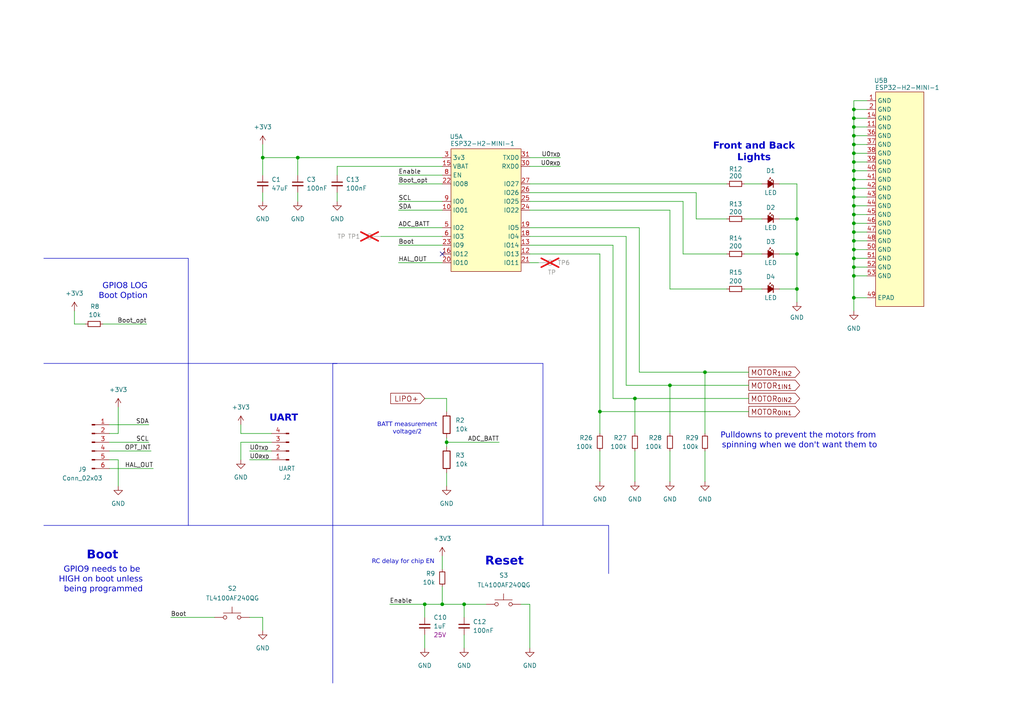
<source format=kicad_sch>
(kicad_sch (version 20231120) (generator "eeschema") (generator_version "8.0")
  (paper "A4")
  (title_block (date "2024-10-17"))
  (lib_symbols
    (symbol "Connector:Conn_01x04_Male" (pin_names (offset 1.016) hide)
      (property "Reference" "J" (at 0 5.08 0))
      (property "Value" "Conn_01x04_Male" (at 0 -7.62 0))
      (symbol "Conn_01x04_Male_1_1"
        (polyline (pts (xy 1.27 -5.08) (xy 0.8636 -5.08)) (stroke (width 0.1524)))
        (polyline (pts (xy 1.27 -2.54) (xy 0.8636 -2.54)) (stroke (width 0.1524)))
        (polyline (pts (xy 1.27 0) (xy 0.8636 0)) (stroke (width 0.1524)))
        (polyline (pts (xy 1.27 2.54) (xy 0.8636 2.54)) (stroke (width 0.1524)))
        (rectangle (start 0.8636 -4.953) (end 0 -5.207) (stroke (width 0.1524)) (fill (type outline)))
        (rectangle (start 0.8636 -2.413) (end 0 -2.667) (stroke (width 0.1524)) (fill (type outline)))
        (rectangle (start 0.8636 0.127) (end 0 -0.127) (stroke (width 0.1524)) (fill (type outline)))
        (rectangle (start 0.8636 2.667) (end 0 2.413) (stroke (width 0.1524)) (fill (type outline)))
        (pin passive line (at 5.08 2.54 180) (length 3.81) (name "Pin_1") (number "1"))
        (pin passive line (at 5.08 0 180) (length 3.81) (name "Pin_2") (number "2"))
        (pin passive line (at 5.08 -2.54 180) (length 3.81) (name "Pin_3") (number "3"))
        (pin passive line (at 5.08 -5.08 180) (length 3.81) (name "Pin_4") (number "4"))
      )
    )
    (symbol "Connector:Conn_01x06_Pin" (pin_names (offset 1.016) hide)
      (property "Reference" "J" (at 0 7.62 0))
      (property "Value" "Conn_01x06_Pin" (at 0 -10.16 0))
      (symbol "Conn_01x06_Pin_1_1"
        (polyline (pts (xy 1.27 -7.62) (xy 0.8636 -7.62)) (stroke (width 0.1524)))
        (polyline (pts (xy 1.27 -5.08) (xy 0.8636 -5.08)) (stroke (width 0.1524)))
        (polyline (pts (xy 1.27 -2.54) (xy 0.8636 -2.54)) (stroke (width 0.1524)))
        (polyline (pts (xy 1.27 0) (xy 0.8636 0)) (stroke (width 0.1524)))
        (polyline (pts (xy 1.27 2.54) (xy 0.8636 2.54)) (stroke (width 0.1524)))
        (polyline (pts (xy 1.27 5.08) (xy 0.8636 5.08)) (stroke (width 0.1524)))
        (rectangle (start 0.8636 -7.493) (end 0 -7.747) (stroke (width 0.1524)) (fill (type outline)))
        (rectangle (start 0.8636 -4.953) (end 0 -5.207) (stroke (width 0.1524)) (fill (type outline)))
        (rectangle (start 0.8636 -2.413) (end 0 -2.667) (stroke (width 0.1524)) (fill (type outline)))
        (rectangle (start 0.8636 0.127) (end 0 -0.127) (stroke (width 0.1524)) (fill (type outline)))
        (rectangle (start 0.8636 2.667) (end 0 2.413) (stroke (width 0.1524)) (fill (type outline)))
        (rectangle (start 0.8636 5.207) (end 0 4.953) (stroke (width 0.1524)) (fill (type outline)))
        (pin passive line (at 5.08 5.08 180) (length 3.81) (name "Pin_1") (number "1"))
        (pin passive line (at 5.08 2.54 180) (length 3.81) (name "Pin_2") (number "2"))
        (pin passive line (at 5.08 0 180) (length 3.81) (name "Pin_3") (number "3"))
        (pin passive line (at 5.08 -2.54 180) (length 3.81) (name "Pin_4") (number "4"))
        (pin passive line (at 5.08 -5.08 180) (length 3.81) (name "Pin_5") (number "5"))
        (pin passive line (at 5.08 -7.62 180) (length 3.81) (name "Pin_6") (number "6"))
      )
    )
    (symbol "Connector:TestPoint" (pin_numbers hide) (pin_names (offset 0.762) hide)
      (property "Reference" "TP" (at 0 6.858 0))
      (property "Value" "TestPoint" (at 0 5.08 0))
      (symbol "TestPoint_0_1"
        (circle (center 0 3.302) (radius 0.762))
      )
      (symbol "TestPoint_1_1"
        (pin passive line (at 0 0 90) (length 2.54) (name "1") (number "1"))
      )
    )
    (symbol "Device:C_Small" (pin_numbers hide) (pin_names (offset 0.254) hide)
      (property "Reference" "C" (at 0.254 1.778 0))
      (property "Value" "C_Small" (at 0.254 -2.032 0))
      (symbol "C_Small_0_1"
        (polyline (pts (xy -1.524 -0.508) (xy 1.524 -0.508)) (stroke (width 0.3302)))
        (polyline (pts (xy -1.524 0.508) (xy 1.524 0.508)) (stroke (width 0.3048)))
      )
      (symbol "C_Small_1_1"
        (pin passive line (at 0 2.54 270) (length 2.032) (name "~") (number "1"))
        (pin passive line (at 0 -2.54 90) (length 2.032) (name "~") (number "2"))
      )
    )
    (symbol "Device:LED_Small_Filled" (pin_numbers hide) (pin_names (offset 0.254) hide)
      (property "Reference" "D" (at -1.27 3.175 0))
      (property "Value" "LED_Small_Filled" (at -4.445 -2.54 0))
      (symbol "LED_Small_Filled_0_1"
        (polyline (pts (xy -0.762 -1.016) (xy -0.762 1.016)) (stroke (width 0.254)))
        (polyline (pts (xy 1.016 0) (xy -0.762 0)))
        (polyline (pts (xy 0.762 -1.016) (xy -0.762 0) (xy 0.762 1.016) (xy 0.762 -1.016)) (stroke (width 0.254)) (fill (type outline)))
        (polyline (pts (xy 0 0.762) (xy -0.508 1.27) (xy -0.254 1.27) (xy -0.508 1.27) (xy -0.508 1.016)))
        (polyline (pts (xy 0.508 1.27) (xy 0 1.778) (xy 0.254 1.778) (xy 0 1.778) (xy 0 1.524)))
      )
      (symbol "LED_Small_Filled_1_1"
        (pin passive line (at -2.54 0 0) (length 1.778) (name "K") (number "1"))
        (pin passive line (at 2.54 0 180) (length 1.778) (name "A") (number "2"))
      )
    )
    (symbol "Device:R" (pin_numbers hide) (pin_names (offset 0))
      (property "Reference" "R" (at 2.032 0 90))
      (property "Value" "R" (at 0 0 90))
      (symbol "R_0_1"
        (rectangle (start -1.016 -2.54) (end 1.016 2.54) (stroke (width 0.254)))
      )
      (symbol "R_1_1"
        (pin passive line (at 0 3.81 270) (length 1.27) (name "~") (number "1"))
        (pin passive line (at 0 -3.81 90) (length 1.27) (name "~") (number "2"))
      )
    )
    (symbol "Device:R_Small" (pin_numbers hide) (pin_names (offset 0.254) hide)
      (property "Reference" "R" (at 0.762 0.508 0))
      (property "Value" "R_Small" (at 0.762 -1.016 0))
      (symbol "R_Small_0_1"
        (rectangle (start -0.762 1.778) (end 0.762 -1.778) (stroke (width 0.2032)))
      )
      (symbol "R_Small_1_1"
        (pin passive line (at 0 2.54 270) (length 0.762) (name "~") (number "1"))
        (pin passive line (at 0 -2.54 90) (length 0.762) (name "~") (number "2"))
      )
    )
    (symbol "ESP32-H2-MINI-1_1"
      (property "Reference" "U1" (at -4.826 26.416 0))
      (property "Value" "ESP32-H2-MINI-1" (at 2.794 24.384 0))
      (symbol "ESP32-H2-MINI-1_1_1_1"
        (rectangle (start -6.35 22.86) (end 13.97 -12.7) (fill (type background)))
        (pin input line (at -8.89 5.08 0) (length 2.54) (name "IO01") (number "10"))
        (pin input line (at 16.51 -7.62 180) (length 2.54) (name "IO13") (number "12"))
        (pin input line (at 16.51 -5.08 180) (length 2.54) (name "IO14") (number "13"))
        (pin input line (at -8.89 17.78 0) (length 2.54) (name "VBAT") (number "15"))
        (pin input line (at -8.89 -7.62 0) (length 2.54) (name "IO12") (number "16"))
        (pin input line (at 16.51 -2.54 180) (length 2.54) (name "IO4") (number "18"))
        (pin input line (at 16.51 0 180) (length 2.54) (name "IO5") (number "19"))
        (pin input line (at -8.89 -10.16 0) (length 2.54) (name "IO10") (number "20"))
        (pin input line (at 16.51 -10.16 180) (length 2.54) (name "IO11") (number "21"))
        (pin input line (at -8.89 12.7 0) (length 2.54) (name "IO08") (number "22"))
        (pin input line (at -8.89 -5.08 0) (length 2.54) (name "IO9") (number "23"))
        (pin input line (at 16.51 5.08 180) (length 2.54) (name "IO22") (number "24"))
        (pin input line (at 16.51 7.62 180) (length 2.54) (name "IO25") (number "25"))
        (pin input line (at 16.51 10.16 180) (length 2.54) (name "IO26") (number "26"))
        (pin input line (at 16.51 12.7 180) (length 2.54) (name "IO27") (number "27"))
        (pin input line (at -8.89 20.32 0) (length 2.54) (name "3v3") (number "3"))
        (pin input line (at 16.51 17.78 180) (length 2.54) (name "RXD0") (number "30"))
        (pin input line (at 16.51 20.32 180) (length 2.54) (name "TXD0") (number "31"))
        (pin input line (at -8.89 0 0) (length 2.54) (name "IO2") (number "5"))
        (pin input line (at -8.89 -2.54 0) (length 2.54) (name "IO3") (number "6"))
        (pin input line (at -8.89 15.24 0) (length 2.54) (name "EN") (number "8"))
        (pin input line (at -8.89 7.62 0) (length 2.54) (name "IO0") (number "9"))
      )
      (symbol "ESP32-H2-MINI-1_1_1_2"
        (pin input line (at -9.525 10.16 0) (length 2.54) (name "GND") (number "1"))
        (pin input line (at -9.525 -12.7 0) (length 2.54) (name "IO01") (number "10"))
        (pin input line (at -9.525 -15.24 0) (length 2.54) (name "GND") (number "11"))
        (pin input line (at 3.175 -30.48 90) (length 2.54) (name "IO13") (number "12"))
        (pin input line (at 5.715 -30.48 90) (length 2.54) (name "IO14") (number "13"))
        (pin input line (at 8.255 -30.48 90) (length 2.54) (name "GND") (number "14"))
        (pin input line (at 10.795 -30.48 90) (length 2.54) (name "VBAT") (number "15"))
        (pin input line (at 13.335 -30.48 90) (length 2.54) (name "IO12") (number "16"))
        (pin input line (at 15.875 -30.48 90) (length 2.54) (name "NC") (number "17"))
        (pin input line (at 18.415 -30.48 90) (length 2.54) (name "IO4") (number "18"))
        (pin input line (at 20.955 -30.48 90) (length 2.54) (name "IO5") (number "19"))
        (pin input line (at -9.525 7.62 0) (length 2.54) (name "GND") (number "2"))
        (pin input line (at 23.495 -30.48 90) (length 2.54) (name "IO10") (number "20"))
        (pin input line (at 26.035 -30.48 90) (length 2.54) (name "IO11") (number "21"))
        (pin input line (at 28.575 -30.48 90) (length 2.54) (name "IO08") (number "22"))
        (pin input line (at 31.115 -30.48 90) (length 2.54) (name "IO9") (number "23"))
        (pin input line (at 33.655 -30.48 90) (length 2.54) (name "IO22") (number "24"))
        (pin input line (at 46.355 -15.24 180) (length 2.54) (name "IO25") (number "25"))
        (pin input line (at 46.355 -12.7 180) (length 2.54) (name "IO26") (number "26"))
        (pin input line (at 46.355 -10.16 180) (length 2.54) (name "IO27") (number "27"))
        (pin input line (at 46.355 -7.62 180) (length 2.54) (name "NC") (number "28"))
        (pin input line (at 46.355 -5.08 180) (length 2.54) (name "NC") (number "29"))
        (pin input line (at -9.525 5.08 0) (length 2.54) (name "3v3") (number "3"))
        (pin input line (at 46.355 -2.54 180) (length 2.54) (name "RXD0") (number "30"))
        (pin input line (at 46.355 0 180) (length 2.54) (name "TXD0") (number "31"))
        (pin input line (at 46.355 2.54 180) (length 2.54) (name "NC") (number "32"))
        (pin input line (at 46.355 5.08 180) (length 2.54) (name "NC") (number "33"))
        (pin input line (at 46.355 7.62 180) (length 2.54) (name "NC") (number "34"))
        (pin input line (at 46.355 10.16 180) (length 2.54) (name "NC") (number "35"))
        (pin input line (at 33.655 25.4 270) (length 2.54) (name "GND") (number "36"))
        (pin input line (at 31.115 25.4 270) (length 2.54) (name "GND") (number "37"))
        (pin input line (at 28.575 25.4 270) (length 2.54) (name "GND") (number "38"))
        (pin input line (at 26.035 25.4 270) (length 2.54) (name "GND") (number "39"))
        (pin input line (at -9.525 2.54 0) (length 2.54) (name "NC") (number "4"))
        (pin input line (at 23.495 25.4 270) (length 2.54) (name "GND") (number "40"))
        (pin input line (at 20.955 25.4 270) (length 2.54) (name "GND") (number "41"))
        (pin input line (at 18.415 25.4 270) (length 2.54) (name "GND") (number "42"))
        (pin input line (at 15.875 25.4 270) (length 2.54) (name "GND") (number "43"))
        (pin input line (at 13.335 25.4 270) (length 2.54) (name "GND") (number "44"))
        (pin input line (at 10.795 25.4 270) (length 2.54) (name "GND") (number "45"))
        (pin input line (at 8.255 25.4 270) (length 2.54) (name "GND") (number "46"))
        (pin input line (at 5.715 25.4 270) (length 2.54) (name "GND") (number "47"))
        (pin input line (at 3.175 25.4 270) (length 2.54) (name "GND") (number "48"))
        (pin input line (at -1.905 25.4 270) (length 2.54) (name "EPAD") (number "49"))
        (pin input line (at -9.525 0 0) (length 2.54) (name "IO2") (number "5"))
        (pin input line (at 46.355 15.875 180) (length 2.54) (name "GND") (number "50"))
        (pin input line (at 46.355 -20.955 180) (length 2.54) (name "GND") (number "51"))
        (pin input line (at -9.525 -20.955 0) (length 2.54) (name "GND") (number "52"))
        (pin input line (at -9.525 15.875 0) (length 2.54) (name "GND") (number "53"))
        (pin input line (at -9.525 -2.54 0) (length 2.54) (name "IO3") (number "6"))
        (pin input line (at -9.525 -5.08 0) (length 2.54) (name "NC") (number "7"))
        (pin input line (at -9.525 -7.62 0) (length 2.54) (name "EN") (number "8"))
        (pin input line (at -9.525 -10.16 0) (length 2.54) (name "IO0") (number "9"))
      )
      (symbol "ESP32-H2-MINI-1_1_2_1"
        (rectangle (start 0 0) (end 13.97 -62.23) (fill (type background)))
        (pin input line (at -2.54 -2.54 0) (length 2.54) (name "GND") (number "1"))
        (pin input line (at -2.54 -10.16 0) (length 2.54) (name "GND") (number "11"))
        (pin input line (at -2.54 -7.62 0) (length 2.54) (name "GND") (number "14"))
        (pin input line (at -2.54 -5.08 0) (length 2.54) (name "GND") (number "2"))
        (pin input line (at -2.54 -12.7 0) (length 2.54) (name "GND") (number "36"))
        (pin input line (at -2.54 -15.24 0) (length 2.54) (name "GND") (number "37"))
        (pin input line (at -2.54 -17.78 0) (length 2.54) (name "GND") (number "38"))
        (pin input line (at -2.54 -20.32 0) (length 2.54) (name "GND") (number "39"))
        (pin input line (at -2.54 -22.86 0) (length 2.54) (name "GND") (number "40"))
        (pin input line (at -2.54 -25.4 0) (length 2.54) (name "GND") (number "41"))
        (pin input line (at -2.54 -27.94 0) (length 2.54) (name "GND") (number "42"))
        (pin input line (at -2.54 -30.48 0) (length 2.54) (name "GND") (number "43"))
        (pin input line (at -2.54 -33.02 0) (length 2.54) (name "GND") (number "44"))
        (pin input line (at -2.54 -35.56 0) (length 2.54) (name "GND") (number "45"))
        (pin input line (at -2.54 -38.1 0) (length 2.54) (name "GND") (number "46"))
        (pin input line (at -2.54 -40.64 0) (length 2.54) (name "GND") (number "47"))
        (pin input line (at -2.54 -43.18 0) (length 2.54) (name "GND") (number "48"))
        (pin input line (at -2.54 -59.69 0) (length 2.54) (name "EPAD") (number "49"))
        (pin input line (at -2.54 -45.72 0) (length 2.54) (name "GND") (number "50"))
        (pin input line (at -2.54 -48.26 0) (length 2.54) (name "GND") (number "51"))
        (pin input line (at -2.54 -50.8 0) (length 2.54) (name "GND") (number "52"))
        (pin input line (at -2.54 -53.34 0) (length 2.54) (name "GND") (number "53"))
      )
      (symbol "ESP32-H2-MINI-1_1_2_2"
        (pin input line (at -9.525 10.16 0) (length 2.54) (name "GND") (number "1"))
        (pin input line (at -9.525 -12.7 0) (length 2.54) (name "IO01") (number "10"))
        (pin input line (at -9.525 -15.24 0) (length 2.54) (name "GND") (number "11"))
        (pin input line (at 3.175 -30.48 90) (length 2.54) (name "IO13") (number "12"))
        (pin input line (at 5.715 -30.48 90) (length 2.54) (name "IO14") (number "13"))
        (pin input line (at 8.255 -30.48 90) (length 2.54) (name "GND") (number "14"))
        (pin input line (at 10.795 -30.48 90) (length 2.54) (name "VBAT") (number "15"))
        (pin input line (at 13.335 -30.48 90) (length 2.54) (name "IO12") (number "16"))
        (pin input line (at 15.875 -30.48 90) (length 2.54) (name "NC") (number "17"))
        (pin input line (at 18.415 -30.48 90) (length 2.54) (name "IO4") (number "18"))
        (pin input line (at 20.955 -30.48 90) (length 2.54) (name "IO5") (number "19"))
        (pin input line (at -9.525 7.62 0) (length 2.54) (name "GND") (number "2"))
        (pin input line (at 23.495 -30.48 90) (length 2.54) (name "IO10") (number "20"))
        (pin input line (at 26.035 -30.48 90) (length 2.54) (name "IO11") (number "21"))
        (pin input line (at 28.575 -30.48 90) (length 2.54) (name "IO08") (number "22"))
        (pin input line (at 31.115 -30.48 90) (length 2.54) (name "IO9") (number "23"))
        (pin input line (at 33.655 -30.48 90) (length 2.54) (name "IO22") (number "24"))
        (pin input line (at 46.355 -15.24 180) (length 2.54) (name "IO25") (number "25"))
        (pin input line (at 46.355 -12.7 180) (length 2.54) (name "IO26") (number "26"))
        (pin input line (at 46.355 -10.16 180) (length 2.54) (name "IO27") (number "27"))
        (pin input line (at 46.355 -7.62 180) (length 2.54) (name "NC") (number "28"))
        (pin input line (at 46.355 -5.08 180) (length 2.54) (name "NC") (number "29"))
        (pin input line (at -9.525 5.08 0) (length 2.54) (name "3v3") (number "3"))
        (pin input line (at 46.355 -2.54 180) (length 2.54) (name "RXD0") (number "30"))
        (pin input line (at 46.355 0 180) (length 2.54) (name "TXD0") (number "31"))
        (pin input line (at 46.355 2.54 180) (length 2.54) (name "NC") (number "32"))
        (pin input line (at 46.355 5.08 180) (length 2.54) (name "NC") (number "33"))
        (pin input line (at 46.355 7.62 180) (length 2.54) (name "NC") (number "34"))
        (pin input line (at 46.355 10.16 180) (length 2.54) (name "NC") (number "35"))
        (pin input line (at 33.655 25.4 270) (length 2.54) (name "GND") (number "36"))
        (pin input line (at 31.115 25.4 270) (length 2.54) (name "GND") (number "37"))
        (pin input line (at 28.575 25.4 270) (length 2.54) (name "GND") (number "38"))
        (pin input line (at 26.035 25.4 270) (length 2.54) (name "GND") (number "39"))
        (pin input line (at -9.525 2.54 0) (length 2.54) (name "NC") (number "4"))
        (pin input line (at 23.495 25.4 270) (length 2.54) (name "GND") (number "40"))
        (pin input line (at 20.955 25.4 270) (length 2.54) (name "GND") (number "41"))
        (pin input line (at 18.415 25.4 270) (length 2.54) (name "GND") (number "42"))
        (pin input line (at 15.875 25.4 270) (length 2.54) (name "GND") (number "43"))
        (pin input line (at 13.335 25.4 270) (length 2.54) (name "GND") (number "44"))
        (pin input line (at 10.795 25.4 270) (length 2.54) (name "GND") (number "45"))
        (pin input line (at 8.255 25.4 270) (length 2.54) (name "GND") (number "46"))
        (pin input line (at 5.715 25.4 270) (length 2.54) (name "GND") (number "47"))
        (pin input line (at 3.175 25.4 270) (length 2.54) (name "GND") (number "48"))
        (pin input line (at -1.905 25.4 270) (length 2.54) (name "EPAD") (number "49"))
        (pin input line (at -9.525 0 0) (length 2.54) (name "IO2") (number "5"))
        (pin input line (at 46.355 15.875 180) (length 2.54) (name "GND") (number "50"))
        (pin input line (at 46.355 -20.955 180) (length 2.54) (name "GND") (number "51"))
        (pin input line (at -9.525 -20.955 0) (length 2.54) (name "GND") (number "52"))
        (pin input line (at -9.525 15.875 0) (length 2.54) (name "GND") (number "53"))
        (pin input line (at -9.525 -2.54 0) (length 2.54) (name "IO3") (number "6"))
        (pin input line (at -9.525 -5.08 0) (length 2.54) (name "NC") (number "7"))
        (pin input line (at -9.525 -7.62 0) (length 2.54) (name "EN") (number "8"))
        (pin input line (at -9.525 -10.16 0) (length 2.54) (name "IO0") (number "9"))
      )
    )
    (symbol "GND_1" (power) (pin_names (offset 0))
      (property "Value" "GND_1" (at 0 -3.81 0))
      (symbol "GND_1_0_1"
        (polyline (pts (xy 0 0) (xy 0 -1.27) (xy 1.27 -1.27) (xy 0 -2.54) (xy -1.27 -1.27) (xy 0 -1.27)))
      )
      (symbol "GND_1_1_1"
        (pin power_in line (at 0 0 270) (length 0) hide (name "GND") (number "1"))
      )
    )
    (symbol "Switch:SW_Omron_B3FS" (pin_numbers hide) (pin_names (offset 1.016) hide)
      (property "Reference" "SW" (at 1.27 2.54 0))
      (property "Value" "SW_Omron_B3FS" (at 0 -1.524 0))
      (symbol "SW_Omron_B3FS_0_1"
        (circle (center -2.032 0) (radius 0.508))
        (polyline (pts (xy 0 1.27) (xy 0 3.048)))
        (polyline (pts (xy 2.54 1.27) (xy -2.54 1.27)))
        (circle (center 2.032 0) (radius 0.508))
        (pin passive line (at -5.08 0 0) (length 2.54) (name "1") (number "1"))
        (pin passive line (at 5.08 0 180) (length 2.54) (name "2") (number "2"))
      )
    )
    (symbol "custom_IC:ESP32-H2-MINI-1"
      (property "Reference" "U1" (at 1.016 3.81 0))
      (property "Value" "ESP32-H2-MINI-1" (at 8.89 1.524 0))
      (symbol "ESP32-H2-MINI-1_1_1"
        (rectangle (start -6.35 22.86) (end 13.97 -12.7) (fill (type background)))
        (pin input line (at -8.89 5.08 0) (length 2.54) (name "IO01") (number "10"))
        (pin input line (at 16.51 0 180) (length 2.54) (name "IO13") (number "12"))
        (pin input line (at 16.51 -2.54 180) (length 2.54) (name "IO14") (number "13"))
        (pin input line (at -8.89 17.78 0) (length 2.54) (name "VBAT") (number "15"))
        (pin input line (at -8.89 -7.62 0) (length 2.54) (name "IO12") (number "16"))
        (pin input line (at 16.51 -5.08 180) (length 2.54) (name "IO4") (number "18"))
        (pin input line (at 16.51 -7.62 180) (length 2.54) (name "IO5") (number "19"))
        (pin input line (at -8.89 -10.16 0) (length 2.54) (name "IO10") (number "20"))
        (pin input line (at 16.51 -10.16 180) (length 2.54) (name "IO11") (number "21"))
        (pin input line (at -8.89 12.7 0) (length 2.54) (name "IO08") (number "22"))
        (pin input line (at -8.89 -5.08 0) (length 2.54) (name "IO9") (number "23"))
        (pin input line (at 16.51 5.08 180) (length 2.54) (name "IO22") (number "24"))
        (pin input line (at 16.51 7.62 180) (length 2.54) (name "IO25") (number "25"))
        (pin input line (at 16.51 10.16 180) (length 2.54) (name "IO26") (number "26"))
        (pin input line (at 16.51 12.7 180) (length 2.54) (name "IO27") (number "27"))
        (pin input line (at -8.89 20.32 0) (length 2.54) (name "3v3") (number "3"))
        (pin input line (at 16.51 17.78 180) (length 2.54) (name "RXD0") (number "30"))
        (pin input line (at 16.51 20.32 180) (length 2.54) (name "TXD0") (number "31"))
        (pin input line (at -8.89 0 0) (length 2.54) (name "IO2") (number "5"))
        (pin input line (at -8.89 -2.54 0) (length 2.54) (name "IO3") (number "6"))
        (pin input line (at -8.89 15.24 0) (length 2.54) (name "EN") (number "8"))
        (pin input line (at -8.89 7.62 0) (length 2.54) (name "IO0") (number "9"))
      )
      (symbol "ESP32-H2-MINI-1_1_2"
        (pin input line (at -9.525 10.16 0) (length 2.54) (name "GND") (number "1"))
        (pin input line (at -9.525 -12.7 0) (length 2.54) (name "IO01") (number "10"))
        (pin input line (at -9.525 -15.24 0) (length 2.54) (name "GND") (number "11"))
        (pin input line (at 3.175 -30.48 90) (length 2.54) (name "IO13") (number "12"))
        (pin input line (at 5.715 -30.48 90) (length 2.54) (name "IO14") (number "13"))
        (pin input line (at 8.255 -30.48 90) (length 2.54) (name "GND") (number "14"))
        (pin input line (at 10.795 -30.48 90) (length 2.54) (name "VBAT") (number "15"))
        (pin input line (at 13.335 -30.48 90) (length 2.54) (name "IO12") (number "16"))
        (pin input line (at 15.875 -30.48 90) (length 2.54) (name "NC") (number "17"))
        (pin input line (at 18.415 -30.48 90) (length 2.54) (name "IO4") (number "18"))
        (pin input line (at 20.955 -30.48 90) (length 2.54) (name "IO5") (number "19"))
        (pin input line (at -9.525 7.62 0) (length 2.54) (name "GND") (number "2"))
        (pin input line (at 23.495 -30.48 90) (length 2.54) (name "IO10") (number "20"))
        (pin input line (at 26.035 -30.48 90) (length 2.54) (name "IO11") (number "21"))
        (pin input line (at 28.575 -30.48 90) (length 2.54) (name "IO08") (number "22"))
        (pin input line (at 31.115 -30.48 90) (length 2.54) (name "IO9") (number "23"))
        (pin input line (at 33.655 -30.48 90) (length 2.54) (name "IO22") (number "24"))
        (pin input line (at 46.355 -15.24 180) (length 2.54) (name "IO25") (number "25"))
        (pin input line (at 46.355 -12.7 180) (length 2.54) (name "IO26") (number "26"))
        (pin input line (at 46.355 -10.16 180) (length 2.54) (name "IO27") (number "27"))
        (pin input line (at 46.355 -7.62 180) (length 2.54) (name "NC") (number "28"))
        (pin input line (at 46.355 -5.08 180) (length 2.54) (name "NC") (number "29"))
        (pin input line (at -9.525 5.08 0) (length 2.54) (name "3v3") (number "3"))
        (pin input line (at 46.355 -2.54 180) (length 2.54) (name "RXD0") (number "30"))
        (pin input line (at 46.355 0 180) (length 2.54) (name "TXD0") (number "31"))
        (pin input line (at 46.355 2.54 180) (length 2.54) (name "NC") (number "32"))
        (pin input line (at 46.355 5.08 180) (length 2.54) (name "NC") (number "33"))
        (pin input line (at 46.355 7.62 180) (length 2.54) (name "NC") (number "34"))
        (pin input line (at 46.355 10.16 180) (length 2.54) (name "NC") (number "35"))
        (pin input line (at 33.655 25.4 270) (length 2.54) (name "GND") (number "36"))
        (pin input line (at 31.115 25.4 270) (length 2.54) (name "GND") (number "37"))
        (pin input line (at 28.575 25.4 270) (length 2.54) (name "GND") (number "38"))
        (pin input line (at 26.035 25.4 270) (length 2.54) (name "GND") (number "39"))
        (pin input line (at -9.525 2.54 0) (length 2.54) (name "NC") (number "4"))
        (pin input line (at 23.495 25.4 270) (length 2.54) (name "GND") (number "40"))
        (pin input line (at 20.955 25.4 270) (length 2.54) (name "GND") (number "41"))
        (pin input line (at 18.415 25.4 270) (length 2.54) (name "GND") (number "42"))
        (pin input line (at 15.875 25.4 270) (length 2.54) (name "GND") (number "43"))
        (pin input line (at 13.335 25.4 270) (length 2.54) (name "GND") (number "44"))
        (pin input line (at 10.795 25.4 270) (length 2.54) (name "GND") (number "45"))
        (pin input line (at 8.255 25.4 270) (length 2.54) (name "GND") (number "46"))
        (pin input line (at 5.715 25.4 270) (length 2.54) (name "GND") (number "47"))
        (pin input line (at 3.175 25.4 270) (length 2.54) (name "GND") (number "48"))
        (pin input line (at -1.905 25.4 270) (length 2.54) (name "EPAD") (number "49"))
        (pin input line (at -9.525 0 0) (length 2.54) (name "IO2") (number "5"))
        (pin input line (at 46.355 15.875 180) (length 2.54) (name "GND") (number "50"))
        (pin input line (at 46.355 -20.955 180) (length 2.54) (name "GND") (number "51"))
        (pin input line (at -9.525 -20.955 0) (length 2.54) (name "GND") (number "52"))
        (pin input line (at -9.525 15.875 0) (length 2.54) (name "GND") (number "53"))
        (pin input line (at -9.525 -2.54 0) (length 2.54) (name "IO3") (number "6"))
        (pin input line (at -9.525 -5.08 0) (length 2.54) (name "NC") (number "7"))
        (pin input line (at -9.525 -7.62 0) (length 2.54) (name "EN") (number "8"))
        (pin input line (at -9.525 -10.16 0) (length 2.54) (name "IO0") (number "9"))
      )
      (symbol "ESP32-H2-MINI-1_2_1"
        (rectangle (start 0 0) (end 13.97 -62.23) (fill (type background)))
        (pin input line (at -2.54 -2.54 0) (length 2.54) (name "GND") (number "1"))
        (pin input line (at -2.54 -10.16 0) (length 2.54) (name "GND") (number "11"))
        (pin input line (at -2.54 -7.62 0) (length 2.54) (name "GND") (number "14"))
        (pin input line (at -2.54 -5.08 0) (length 2.54) (name "GND") (number "2"))
        (pin input line (at -2.54 -12.7 0) (length 2.54) (name "GND") (number "36"))
        (pin input line (at -2.54 -15.24 0) (length 2.54) (name "GND") (number "37"))
        (pin input line (at -2.54 -17.78 0) (length 2.54) (name "GND") (number "38"))
        (pin input line (at -2.54 -20.32 0) (length 2.54) (name "GND") (number "39"))
        (pin input line (at -2.54 -22.86 0) (length 2.54) (name "GND") (number "40"))
        (pin input line (at -2.54 -25.4 0) (length 2.54) (name "GND") (number "41"))
        (pin input line (at -2.54 -27.94 0) (length 2.54) (name "GND") (number "42"))
        (pin input line (at -2.54 -30.48 0) (length 2.54) (name "GND") (number "43"))
        (pin input line (at -2.54 -33.02 0) (length 2.54) (name "GND") (number "44"))
        (pin input line (at -2.54 -35.56 0) (length 2.54) (name "GND") (number "45"))
        (pin input line (at -2.54 -38.1 0) (length 2.54) (name "GND") (number "46"))
        (pin input line (at -2.54 -40.64 0) (length 2.54) (name "GND") (number "47"))
        (pin input line (at -2.54 -43.18 0) (length 2.54) (name "GND") (number "48"))
        (pin input line (at -2.54 -59.69 0) (length 2.54) (name "EPAD") (number "49"))
        (pin input line (at -2.54 -45.72 0) (length 2.54) (name "GND") (number "50"))
        (pin input line (at -2.54 -48.26 0) (length 2.54) (name "GND") (number "51"))
        (pin input line (at -2.54 -50.8 0) (length 2.54) (name "GND") (number "52"))
        (pin input line (at -2.54 -53.34 0) (length 2.54) (name "GND") (number "53"))
      )
      (symbol "ESP32-H2-MINI-1_2_2"
        (pin input line (at -9.525 10.16 0) (length 2.54) (name "GND") (number "1"))
        (pin input line (at -9.525 -12.7 0) (length 2.54) (name "IO01") (number "10"))
        (pin input line (at -9.525 -15.24 0) (length 2.54) (name "GND") (number "11"))
        (pin input line (at 3.175 -30.48 90) (length 2.54) (name "IO13") (number "12"))
        (pin input line (at 5.715 -30.48 90) (length 2.54) (name "IO14") (number "13"))
        (pin input line (at 8.255 -30.48 90) (length 2.54) (name "GND") (number "14"))
        (pin input line (at 10.795 -30.48 90) (length 2.54) (name "VBAT") (number "15"))
        (pin input line (at 13.335 -30.48 90) (length 2.54) (name "IO12") (number "16"))
        (pin input line (at 15.875 -30.48 90) (length 2.54) (name "NC") (number "17"))
        (pin input line (at 18.415 -30.48 90) (length 2.54) (name "IO4") (number "18"))
        (pin input line (at 20.955 -30.48 90) (length 2.54) (name "IO5") (number "19"))
        (pin input line (at -9.525 7.62 0) (length 2.54) (name "GND") (number "2"))
        (pin input line (at 23.495 -30.48 90) (length 2.54) (name "IO10") (number "20"))
        (pin input line (at 26.035 -30.48 90) (length 2.54) (name "IO11") (number "21"))
        (pin input line (at 28.575 -30.48 90) (length 2.54) (name "IO08") (number "22"))
        (pin input line (at 31.115 -30.48 90) (length 2.54) (name "IO9") (number "23"))
        (pin input line (at 33.655 -30.48 90) (length 2.54) (name "IO22") (number "24"))
        (pin input line (at 46.355 -15.24 180) (length 2.54) (name "IO25") (number "25"))
        (pin input line (at 46.355 -12.7 180) (length 2.54) (name "IO26") (number "26"))
        (pin input line (at 46.355 -10.16 180) (length 2.54) (name "IO27") (number "27"))
        (pin input line (at 46.355 -7.62 180) (length 2.54) (name "NC") (number "28"))
        (pin input line (at 46.355 -5.08 180) (length 2.54) (name "NC") (number "29"))
        (pin input line (at -9.525 5.08 0) (length 2.54) (name "3v3") (number "3"))
        (pin input line (at 46.355 -2.54 180) (length 2.54) (name "RXD0") (number "30"))
        (pin input line (at 46.355 0 180) (length 2.54) (name "TXD0") (number "31"))
        (pin input line (at 46.355 2.54 180) (length 2.54) (name "NC") (number "32"))
        (pin input line (at 46.355 5.08 180) (length 2.54) (name "NC") (number "33"))
        (pin input line (at 46.355 7.62 180) (length 2.54) (name "NC") (number "34"))
        (pin input line (at 46.355 10.16 180) (length 2.54) (name "NC") (number "35"))
        (pin input line (at 33.655 25.4 270) (length 2.54) (name "GND") (number "36"))
        (pin input line (at 31.115 25.4 270) (length 2.54) (name "GND") (number "37"))
        (pin input line (at 28.575 25.4 270) (length 2.54) (name "GND") (number "38"))
        (pin input line (at 26.035 25.4 270) (length 2.54) (name "GND") (number "39"))
        (pin input line (at -9.525 2.54 0) (length 2.54) (name "NC") (number "4"))
        (pin input line (at 23.495 25.4 270) (length 2.54) (name "GND") (number "40"))
        (pin input line (at 20.955 25.4 270) (length 2.54) (name "GND") (number "41"))
        (pin input line (at 18.415 25.4 270) (length 2.54) (name "GND") (number "42"))
        (pin input line (at 15.875 25.4 270) (length 2.54) (name "GND") (number "43"))
        (pin input line (at 13.335 25.4 270) (length 2.54) (name "GND") (number "44"))
        (pin input line (at 10.795 25.4 270) (length 2.54) (name "GND") (number "45"))
        (pin input line (at 8.255 25.4 270) (length 2.54) (name "GND") (number "46"))
        (pin input line (at 5.715 25.4 270) (length 2.54) (name "GND") (number "47"))
        (pin input line (at 3.175 25.4 270) (length 2.54) (name "GND") (number "48"))
        (pin input line (at -1.905 25.4 270) (length 2.54) (name "EPAD") (number "49"))
        (pin input line (at -9.525 0 0) (length 2.54) (name "IO2") (number "5"))
        (pin input line (at 46.355 15.875 180) (length 2.54) (name "GND") (number "50"))
        (pin input line (at 46.355 -20.955 180) (length 2.54) (name "GND") (number "51"))
        (pin input line (at -9.525 -20.955 0) (length 2.54) (name "GND") (number "52"))
        (pin input line (at -9.525 15.875 0) (length 2.54) (name "GND") (number "53"))
        (pin input line (at -9.525 -2.54 0) (length 2.54) (name "IO3") (number "6"))
        (pin input line (at -9.525 -5.08 0) (length 2.54) (name "NC") (number "7"))
        (pin input line (at -9.525 -7.62 0) (length 2.54) (name "EN") (number "8"))
        (pin input line (at -9.525 -10.16 0) (length 2.54) (name "IO0") (number "9"))
      )
    )
    (symbol "power:+3V3" (power) (pin_names (offset 0))
      (property "Value" "+3V3" (at 0 3.556 0))
      (symbol "+3V3_0_1"
        (polyline (pts (xy -0.762 1.27) (xy 0 2.54)))
        (polyline (pts (xy 0 0) (xy 0 2.54)))
        (polyline (pts (xy 0 2.54) (xy 0.762 1.27)))
      )
      (symbol "+3V3_1_1"
        (pin power_in line (at 0 0 90) (length 0) hide (name "+3V3") (number "1"))
      )
    )
    (symbol "power:GND" (power) (pin_names (offset 0))
      (property "Value" "GND" (at 0 -3.81 0))
      (symbol "GND_0_1"
        (polyline (pts (xy 0 0) (xy 0 -1.27) (xy 1.27 -1.27) (xy 0 -2.54) (xy -1.27 -1.27) (xy 0 -1.27)))
      )
      (symbol "GND_1_1"
        (pin power_in line (at 0 0 270) (length 0) hide (name "GND") (number "1"))
      )
    )
  )
  (junction (at 247.65 41.91))
  (junction (at 247.65 69.85))
  (junction (at 128.27 175.26))
  (junction (at 247.65 74.93))
  (junction (at 247.65 52.07))
  (junction (at 123.19 175.26))
  (junction (at 247.65 49.53))
  (junction (at 86.36 45.72))
  (junction (at 173.99 119.38))
  (junction (at 247.65 46.99))
  (junction (at 247.65 86.36))
  (junction (at 247.65 80.01))
  (junction (at 247.65 77.47))
  (junction (at 194.31 111.76))
  (junction (at 247.65 44.45))
  (junction (at 184.15 115.57))
  (junction (at 76.2 45.72))
  (junction (at 247.65 54.61))
  (junction (at 247.65 62.23))
  (junction (at 129.54 128.27))
  (junction (at 247.65 31.75))
  (junction (at 247.65 59.69))
  (junction (at 231.14 73.66))
  (junction (at 247.65 67.31))
  (junction (at 247.65 72.39))
  (junction (at 204.47 107.95))
  (junction (at 231.14 63.5))
  (junction (at 134.62 175.26))
  (junction (at 247.65 39.37))
  (junction (at 247.65 36.83))
  (junction (at 247.65 64.77))
  (junction (at 231.14 83.82))
  (junction (at 247.65 57.15))
  (junction (at 247.65 34.29))
  (no_connect (at 128.27 73.66))
  (wire (pts (xy 123.19 115.57) (xy 129.54 115.57)))
  (wire (pts (xy 247.65 72.39) (xy 247.65 74.93)))
  (wire (pts (xy 115.57 71.12) (xy 128.27 71.12)))
  (wire (pts (xy 194.31 111.76) (xy 181.61 111.76)))
  (wire (pts (xy 129.54 115.57) (xy 129.54 119.38)))
  (wire (pts (xy 247.65 39.37) (xy 251.46 39.37)))
  (wire (pts (xy 247.65 69.85) (xy 251.46 69.85)))
  (wire (pts (xy 31.75 130.81) (xy 43.815 130.81)))
  (polyline (pts (xy 96.52 152.4) (xy 96.52 198.12)))
  (wire (pts (xy 231.14 53.34) (xy 226.06 53.34)))
  (wire (pts (xy 177.8 115.57) (xy 184.15 115.57)))
  (wire (pts (xy 231.14 63.5) (xy 231.14 73.66)))
  (wire (pts (xy 204.47 107.95) (xy 204.47 125.73)))
  (wire (pts (xy 201.93 63.5) (xy 201.93 55.88)))
  (wire (pts (xy 247.65 80.01) (xy 247.65 86.36)))
  (wire (pts (xy 173.99 119.38) (xy 217.17 119.38)))
  (wire (pts (xy 194.31 111.76) (xy 194.31 125.73)))
  (wire (pts (xy 123.19 175.26) (xy 123.19 179.07)))
  (wire (pts (xy 247.65 62.23) (xy 251.46 62.23)))
  (wire (pts (xy 251.46 86.36) (xy 247.65 86.36)))
  (wire (pts (xy 31.75 128.27) (xy 43.18 128.27)))
  (polyline (pts (xy 12.7 105.41) (xy 157.48 105.41)))
  (polyline (pts (xy 96.52 152.4) (xy 96.52 105.41)))
  (wire (pts (xy 215.9 83.82) (xy 220.98 83.82)))
  (wire (pts (xy 76.2 45.72) (xy 86.36 45.72)))
  (wire (pts (xy 247.65 31.75) (xy 251.46 31.75)))
  (wire (pts (xy 215.9 63.5) (xy 220.98 63.5)))
  (wire (pts (xy 247.65 54.61) (xy 251.46 54.61)))
  (wire (pts (xy 247.65 64.77) (xy 251.46 64.77)))
  (wire (pts (xy 162.56 48.26) (xy 153.67 48.26)))
  (wire (pts (xy 69.85 123.19) (xy 69.85 125.73)))
  (wire (pts (xy 184.15 130.81) (xy 184.15 139.7)))
  (wire (pts (xy 173.99 130.81) (xy 173.99 139.7)))
  (wire (pts (xy 247.65 34.29) (xy 251.46 34.29)))
  (wire (pts (xy 177.8 71.12) (xy 177.8 115.57)))
  (wire (pts (xy 128.27 161.29) (xy 128.27 165.1)))
  (wire (pts (xy 247.65 46.99) (xy 251.46 46.99)))
  (wire (pts (xy 86.36 45.72) (xy 86.36 50.8)))
  (polyline (pts (xy 54.61 105.41) (xy 54.61 152.4)))
  (wire (pts (xy 217.17 111.76) (xy 194.31 111.76)))
  (wire (pts (xy 247.65 74.93) (xy 251.46 74.93)))
  (wire (pts (xy 128.27 175.26) (xy 134.62 175.26)))
  (wire (pts (xy 76.2 55.88) (xy 76.2 58.42)))
  (wire (pts (xy 115.57 50.8) (xy 128.27 50.8)))
  (wire (pts (xy 247.65 62.23) (xy 247.65 64.77)))
  (wire (pts (xy 34.29 133.35) (xy 31.75 133.35)))
  (wire (pts (xy 247.65 67.31) (xy 251.46 67.31)))
  (wire (pts (xy 24.765 93.98) (xy 21.59 93.98)))
  (wire (pts (xy 76.2 41.91) (xy 76.2 45.72)))
  (wire (pts (xy 173.99 119.38) (xy 173.99 73.66)))
  (wire (pts (xy 134.62 175.26) (xy 134.62 179.07)))
  (wire (pts (xy 204.47 130.81) (xy 204.47 139.7)))
  (wire (pts (xy 247.65 36.83) (xy 247.65 39.37)))
  (wire (pts (xy 247.65 39.37) (xy 247.65 41.91)))
  (wire (pts (xy 247.65 54.61) (xy 247.65 57.15)))
  (wire (pts (xy 151.13 175.26) (xy 153.67 175.26)))
  (wire (pts (xy 198.12 73.66) (xy 210.82 73.66)))
  (wire (pts (xy 247.65 49.53) (xy 251.46 49.53)))
  (wire (pts (xy 247.65 46.99) (xy 247.65 49.53)))
  (wire (pts (xy 86.36 45.72) (xy 128.27 45.72)))
  (wire (pts (xy 123.19 184.15) (xy 123.19 187.96)))
  (wire (pts (xy 247.65 49.53) (xy 247.65 52.07)))
  (wire (pts (xy 153.67 53.34) (xy 210.82 53.34)))
  (wire (pts (xy 247.65 44.45) (xy 251.46 44.45)))
  (wire (pts (xy 210.82 83.82) (xy 194.31 83.82)))
  (wire (pts (xy 113.03 175.26) (xy 123.19 175.26)))
  (wire (pts (xy 194.31 83.82) (xy 194.31 60.96)))
  (wire (pts (xy 128.27 170.18) (xy 128.27 175.26)))
  (wire (pts (xy 173.99 73.66) (xy 153.67 73.66)))
  (wire (pts (xy 86.36 55.88) (xy 86.36 58.42)))
  (wire (pts (xy 247.65 52.07) (xy 251.46 52.07)))
  (wire (pts (xy 129.54 128.27) (xy 144.78 128.27)))
  (wire (pts (xy 76.2 182.88) (xy 76.2 179.07)))
  (wire (pts (xy 247.65 69.85) (xy 247.65 72.39)))
  (wire (pts (xy 134.62 184.15) (xy 134.62 187.96)))
  (wire (pts (xy 153.67 71.12) (xy 177.8 71.12)))
  (wire (pts (xy 247.65 59.69) (xy 247.65 62.23)))
  (wire (pts (xy 247.65 57.15) (xy 251.46 57.15)))
  (wire (pts (xy 217.17 107.95) (xy 204.47 107.95)))
  (wire (pts (xy 247.65 64.77) (xy 247.65 67.31)))
  (wire (pts (xy 231.14 87.63) (xy 231.14 83.82)))
  (wire (pts (xy 194.31 130.81) (xy 194.31 139.7)))
  (polyline (pts (xy 176.53 166.37) (xy 176.53 152.4)))
  (wire (pts (xy 184.15 115.57) (xy 217.17 115.57)))
  (wire (pts (xy 123.19 175.26) (xy 128.27 175.26)))
  (wire (pts (xy 215.9 73.66) (xy 220.98 73.66)))
  (wire (pts (xy 201.93 55.88) (xy 153.67 55.88)))
  (wire (pts (xy 115.57 53.34) (xy 128.27 53.34)))
  (wire (pts (xy 21.59 90.17) (xy 21.59 93.98)))
  (wire (pts (xy 247.65 86.36) (xy 247.65 90.17)))
  (wire (pts (xy 69.85 133.35) (xy 69.85 128.27)))
  (wire (pts (xy 69.85 128.27) (xy 78.74 128.27)))
  (wire (pts (xy 42.545 93.98) (xy 29.845 93.98)))
  (wire (pts (xy 226.06 73.66) (xy 231.14 73.66)))
  (wire (pts (xy 185.42 66.04) (xy 185.42 107.95)))
  (wire (pts (xy 72.39 133.35) (xy 78.74 133.35)))
  (wire (pts (xy 115.57 76.2) (xy 128.27 76.2)))
  (wire (pts (xy 204.47 107.95) (xy 185.42 107.95)))
  (wire (pts (xy 215.9 53.34) (xy 220.98 53.34)))
  (wire (pts (xy 129.54 137.16) (xy 129.54 140.97)))
  (wire (pts (xy 247.65 80.01) (xy 251.46 80.01)))
  (wire (pts (xy 247.65 77.47) (xy 251.46 77.47)))
  (wire (pts (xy 134.62 175.26) (xy 140.97 175.26)))
  (wire (pts (xy 49.53 179.07) (xy 62.23 179.07)))
  (wire (pts (xy 247.65 36.83) (xy 251.46 36.83)))
  (wire (pts (xy 72.39 130.81) (xy 78.74 130.81)))
  (wire (pts (xy 76.2 45.72) (xy 76.2 50.8)))
  (wire (pts (xy 115.57 58.42) (xy 128.27 58.42)))
  (wire (pts (xy 231.14 73.66) (xy 231.14 83.82)))
  (polyline (pts (xy 157.48 152.4) (xy 157.48 105.41)))
  (wire (pts (xy 247.65 44.45) (xy 247.65 46.99)))
  (wire (pts (xy 247.65 67.31) (xy 247.65 69.85)))
  (wire (pts (xy 34.29 140.97) (xy 34.29 133.35)))
  (wire (pts (xy 97.79 48.26) (xy 97.79 50.8)))
  (polyline (pts (xy 12.7 152.4) (xy 176.53 152.4)))
  (polyline (pts (xy 54.61 105.41) (xy 54.61 74.93)))
  (wire (pts (xy 247.65 74.93) (xy 247.65 77.47)))
  (wire (pts (xy 247.65 34.29) (xy 247.65 36.83)))
  (wire (pts (xy 128.27 48.26) (xy 97.79 48.26)))
  (wire (pts (xy 69.85 125.73) (xy 78.74 125.73)))
  (wire (pts (xy 153.67 58.42) (xy 198.12 58.42)))
  (wire (pts (xy 153.67 66.04) (xy 185.42 66.04)))
  (wire (pts (xy 247.65 31.75) (xy 247.65 34.29)))
  (polyline (pts (xy 12.7 74.93) (xy 54.61 74.93)))
  (wire (pts (xy 129.54 128.27) (xy 129.54 129.54)))
  (wire (pts (xy 231.14 53.34) (xy 231.14 63.5)))
  (wire (pts (xy 226.06 63.5) (xy 231.14 63.5)))
  (wire (pts (xy 198.12 58.42) (xy 198.12 73.66)))
  (wire (pts (xy 153.67 68.58) (xy 181.61 68.58)))
  (wire (pts (xy 184.15 115.57) (xy 184.15 125.73)))
  (polyline (pts (xy 96.52 105.41) (xy 97.79 105.41)))
  (wire (pts (xy 247.65 52.07) (xy 247.65 54.61)))
  (wire (pts (xy 97.79 55.88) (xy 97.79 58.42)))
  (wire (pts (xy 194.31 60.96) (xy 153.67 60.96)))
  (wire (pts (xy 31.75 135.89) (xy 44.45 135.89)))
  (wire (pts (xy 115.57 60.96) (xy 128.27 60.96)))
  (wire (pts (xy 226.06 83.82) (xy 231.14 83.82)))
  (wire (pts (xy 153.67 76.2) (xy 156.21 76.2)))
  (wire (pts (xy 153.67 175.26) (xy 153.67 187.96)))
  (wire (pts (xy 251.46 29.21) (xy 247.65 29.21)))
  (wire (pts (xy 247.65 77.47) (xy 247.65 80.01)))
  (wire (pts (xy 31.75 125.73) (xy 34.29 125.73)))
  (wire (pts (xy 34.29 125.73) (xy 34.29 118.11)))
  (wire (pts (xy 173.99 119.38) (xy 173.99 125.73)))
  (wire (pts (xy 247.65 29.21) (xy 247.65 31.75)))
  (wire (pts (xy 210.82 63.5) (xy 201.93 63.5)))
  (wire (pts (xy 181.61 68.58) (xy 181.61 111.76)))
  (wire (pts (xy 247.65 59.69) (xy 251.46 59.69)))
  (wire (pts (xy 247.65 41.91) (xy 247.65 44.45)))
  (wire (pts (xy 247.65 57.15) (xy 247.65 59.69)))
  (wire (pts (xy 247.65 72.39) (xy 251.46 72.39)))
  (wire (pts (xy 76.2 179.07) (xy 72.39 179.07)))
  (wire (pts (xy 162.56 45.72) (xy 153.67 45.72)))
  (wire (pts (xy 129.54 127) (xy 129.54 128.27)))
  (wire (pts (xy 115.57 66.04) (xy 128.27 66.04)))
  (wire (pts (xy 31.75 123.19) (xy 43.18 123.19)))
  (wire (pts (xy 110.49 68.58) (xy 128.27 68.58)))
  (wire (pts (xy 247.65 41.91) (xy 251.46 41.91)))
  (text "UART\n" (at 82.296 121.92 0) (effects (font (size 2 2) (thickness 0.4) (bold yes))))
  (text "BATT measurement\nvoltage/2" (at 118.11 126.492 0) (effects (font (size 1.27 1.27)) (justify bottom)))
  (text "Reset" (at 146.304 163.576 0) (effects (font (size 2.5 2.5) (thickness 0.5) (bold yes))))
  (text "Front and Back\nLights" (at 218.694 44.704 0) (effects (font (size 2 2) (thickness 0.4) (bold yes))))
  (text "GPIO9 needs to be \nHIGH on boot unless\nbeing programmed" (at 41.402 172.466 0) (effects (font (size 1.7 1.7)) (justify right bottom)))
  (text "RC delay for chip EN" (at 125.984 164.084 0) (effects (font (size 1.27 1.27)) (justify right bottom)))
  (text "Boot" (at 29.718 161.798 0) (effects (font (size 2.5 2.5) (thickness 0.5) (bold yes))))
  (text "GPIO8 LOG\nBoot Option" (at 42.799 87.376 0) (effects (font (size 1.7 1.7)) (justify right bottom)))
  (text "Pulldowns to prevent the motors from \nspinning when we don't want them to" (at 231.902 128.27 0) (effects (font (size 1.7 1.7))))
  (label "HAL_OUT" (at 115.57 76.2 0))
  (label "U0_{RXD}" (at 72.39 133.35 0))
  (label "HAL_OUT" (at 44.45 135.89 180))
  (label "SCL" (at 115.57 58.42 0))
  (label "Boot_opt" (at 42.545 93.98 180))
  (label "SCL" (at 43.18 128.27 180))
  (label "SDA" (at 43.18 123.19 180))
  (label "Enable" (at 115.57 50.8 0))
  (label "U0_{RXD}" (at 162.56 48.26 180))
  (label "U0_{TXD}" (at 162.56 45.72 180))
  (label "Boot" (at 115.57 71.12 0))
  (label "Boot" (at 49.53 179.07 0))
  (label "U0_{TXD}" (at 72.39 130.81 0))
  (label "SDA" (at 115.57 60.96 0))
  (label "OPT_INT" (at 43.815 130.81 180))
  (label "Boot_opt" (at 115.57 53.34 0))
  (label "ADC_BATT" (at 115.57 66.04 0))
  (label "Enable" (at 113.03 175.26 0))
  (label "ADC_BATT" (at 144.78 128.27 180))
  (global_label "MOTOR_{0_{IN2}}" (shape output) (at 217.17 115.57 0) (effects (font (size 1.524 1.524))) (property "Intersheetrefs" "${INTERSHEET_REFS}" (effects (hide yes))))
  (global_label "MOTOR_{1_{IN1}}" (shape output) (at 217.17 111.76 0) (effects (font (size 1.524 1.524))) (property "Intersheetrefs" "${INTERSHEET_REFS}" (effects (hide yes))))
  (global_label "MOTOR_{0_{IN1}}" (shape output) (at 217.17 119.38 0) (effects (font (size 1.524 1.524))) (property "Intersheetrefs" "${INTERSHEET_REFS}" (effects (hide yes))))
  (global_label "LIPO+" (shape input) (at 123.19 115.57 180) (effects (font (size 1.524 1.524))) (property "Intersheetrefs" "${INTERSHEET_REFS}" (effects (hide yes))))
  (global_label "MOTOR_{1_{IN2}}" (shape output) (at 217.17 107.95 0) (effects (font (size 1.524 1.524))) (property "Intersheetrefs" "${INTERSHEET_REFS}" (effects (hide yes))))
  (symbol (lib_id "Device:R_Small") (at 173.99 128.27 180) (unit 1)
    (property "Reference" "R26" (at 171.958 127 0) (effects (justify left)))
    (property "Value" "100k" (at 171.958 129.54 0) (effects (justify left)))
    (property "Footprint" "Resistor_SMD:R_0603_1608Metric" (effects (hide yes)))
    (property "Description" "Resistor, small symbol" (effects (hide yes)))
  )
  (symbol (lib_id "power:GND") (at 184.15 139.7 0) (unit 1)
    (property "Reference" "#PWR013" (effects (hide yes)))
    (property "Value" "GND" (at 184.15 144.78 0))
  )
  (symbol (lib_name "GND_1") (lib_id "power:GND") (at 231.14 87.63 0) (unit 1)
    (property "Reference" "#PWR023" (effects (hide yes)))
    (property "Value" "GND" (at 231.14 92.075 0))
  )
  (symbol (lib_id "power:+3V3") (at 34.29 118.11 0) (mirror y) (unit 1)
    (property "Reference" "#PWR02" (effects (hide yes)))
    (property "Value" "+3V3" (at 34.29 113.03 0))
  )
  (symbol (lib_id "Connector:TestPoint") (at 156.21 76.2 270) (unit 1) (dnp yes)
    (property "Reference" "TP6" (at 165.354 76.2 90) (effects (justify right)))
    (property "Value" "TP" (at 161.29 78.994 90) (effects (justify right)))
    (property "Footprint" "TestPoint:TestPoint_Pad_D1.0mm" (effects (hide yes)))
    (property "Description" "test point" (effects (hide yes)))
  )
  (symbol (lib_name "ESP32-H2-MINI-1_1") (lib_id "custom_IC:ESP32-H2-MINI-1") (at 137.16 66.04 0) (unit 1)
    (property "Reference" "U5" (at 132.334 39.624 0))
    (property "Value" "ESP32-H2-MINI-1" (at 139.954 41.656 0))
    (property "Footprint" "kicad_reformed_custom_IC:MODULE_ESP32-H2-MINI-1-H2" (effects (hide yes)))
    (property "Datasheet" "https://www.espressif.com/sites/default/files/documentation/esp32-h2-mini-1_mini-1u_datasheet_en.pdf" (effects (hide yes)))
  )
  (symbol (lib_id "power:GND") (at 204.47 139.7 0) (unit 1)
    (property "Reference" "#PWR017" (effects (hide yes)))
    (property "Value" "GND" (at 204.47 144.78 0))
  )
  (symbol (lib_id "power:GND") (at 123.19 187.96 0) (unit 1)
    (property "Reference" "#PWR025" (effects (hide yes)))
    (property "Value" "GND" (at 123.19 193.04 0))
  )
  (symbol (lib_id "Device:R_Small") (at 213.36 63.5 270) (mirror x) (unit 1)
    (property "Reference" "R13" (at 213.36 59.182 90))
    (property "Value" "200" (at 213.36 61.468 90))
    (property "Footprint" "Resistor_SMD:R_0603_1608Metric" (effects (hide yes)))
    (property "Description" "Resistor, small symbol" (effects (hide yes)))
  )
  (symbol (lib_id "power:GND") (at 97.79 58.42 0) (mirror y) (unit 1)
    (property "Reference" "#PWR029" (effects (hide yes)))
    (property "Value" "GND" (at 97.79 63.5 0))
  )
  (symbol (lib_id "Device:R") (at 129.54 123.19 0) (unit 1)
    (property "Reference" "R2" (at 132.08 121.92 0) (effects (justify left)))
    (property "Value" "10k" (at 132.08 124.46 0) (effects (justify left)))
    (property "Footprint" "Resistor_SMD:R_0603_1608Metric" (effects (hide yes)))
  )
  (symbol (lib_id "power:GND") (at 86.36 58.42 0) (mirror y) (unit 1)
    (property "Reference" "#PWR07" (effects (hide yes)))
    (property "Value" "GND" (at 86.36 63.5 0))
  )
  (symbol (lib_id "power:GND") (at 129.54 140.97 0) (unit 1)
    (property "Reference" "#PWR09" (effects (hide yes)))
    (property "Value" "GND" (at 129.54 146.05 0))
  )
  (symbol (lib_id "power:GND") (at 76.2 182.88 0) (unit 1)
    (property "Reference" "#PWR018" (effects (hide yes)))
    (property "Value" "GND" (at 76.2 187.96 0))
  )
  (symbol (lib_id "power:+3V3") (at 128.27 161.29 0) (unit 1)
    (property "Reference" "#PWR027" (effects (hide yes)))
    (property "Value" "+3V3" (at 128.27 156.21 0))
  )
  (symbol (lib_id "power:+3V3") (at 69.85 123.19 0) (unit 1)
    (property "Reference" "#PWR020" (effects (hide yes)))
    (property "Value" "+3V3" (at 69.85 118.11 0))
  )
  (symbol (lib_id "Device:R_Small") (at 213.36 73.66 270) (mirror x) (unit 1)
    (property "Reference" "R14" (at 213.36 69.088 90))
    (property "Value" "200" (at 213.36 71.374 90))
    (property "Footprint" "Resistor_SMD:R_0603_1608Metric" (effects (hide yes)))
    (property "Description" "Resistor, small symbol" (effects (hide yes)))
  )
  (symbol (lib_id "power:GND") (at 134.62 187.96 0) (unit 1)
    (property "Reference" "#PWR026" (effects (hide yes)))
    (property "Value" "GND" (at 134.62 193.04 0))
  )
  (symbol (lib_id "Device:LED_Small_Filled") (at 223.52 63.5 0) (mirror y) (unit 1)
    (property "Reference" "D2" (at 223.52 60.198 0))
    (property "Value" "LED" (at 223.52 66.04 0))
    (property "Footprint" "Capacitor_SMD:C_0603_1608Metric" (effects (hide yes)))
    (property "Description" "Light emitting diode, small symbol, filled shape" (effects (hide yes)))
  )
  (symbol (lib_id "Connector:Conn_01x04_Male") (at 83.82 130.81 180) (unit 1)
    (property "Reference" "J2" (at 83.185 138.43 0))
    (property "Value" "UART" (at 83.185 135.89 0))
    (property "Footprint" "Connector_PinHeader_2.54mm:PinHeader_1x04_P2.54mm_Vertical" (effects (hide yes)))
  )
  (symbol (lib_id "power:GND") (at 173.99 139.7 0) (unit 1)
    (property "Reference" "#PWR012" (effects (hide yes)))
    (property "Value" "GND" (at 173.99 144.78 0))
  )
  (symbol (lib_id "Connector:Conn_01x06_Pin") (at 26.67 128.27 0) (unit 1)
    (property "Reference" "J9" (at 23.876 136.144 0))
    (property "Value" "Conn_02x03" (at 23.876 138.684 0))
    (property "Footprint" "Connector_PinHeader_1.27mm:PinHeader_2x03_P1.27mm_Vertical_SMD" (effects (hide yes)))
    (property "Description" "Generic connector, single row, 01x06, script generated" (effects (hide yes)))
  )
  (symbol (lib_id "power:GND") (at 76.2 58.42 0) (unit 1)
    (property "Reference" "#PWR04" (effects (hide yes)))
    (property "Value" "GND" (at 76.2 63.5 0))
  )
  (symbol (lib_id "power:GND") (at 153.67 187.96 0) (unit 1)
    (property "Reference" "#PWR028" (effects (hide yes)))
    (property "Value" "GND" (at 153.67 193.04 0))
  )
  (symbol (lib_id "power:GND") (at 34.29 140.97 0) (unit 1)
    (property "Reference" "#PWR01" (effects (hide yes)))
    (property "Value" "GND" (at 34.29 146.05 0))
    (property "Description" "Power symbol creates a global label with name \"GND\" , ground" (effects (hide yes)))
  )
  (symbol (lib_id "power:GND") (at 247.65 90.17 0) (unit 1)
    (property "Reference" "#PWR024" (effects (hide yes)))
    (property "Value" "GND" (at 247.65 95.25 0))
  )
  (symbol (lib_id "power:GND") (at 194.31 139.7 0) (unit 1)
    (property "Reference" "#PWR016" (effects (hide yes)))
    (property "Value" "GND" (at 194.31 144.78 0))
  )
  (symbol (lib_id "Device:C_Small") (at 76.2 53.34 0) (unit 1)
    (property "Reference" "C1" (at 78.74 52.07 0) (effects (justify left)))
    (property "Value" "47uF" (at 78.74 54.61 0) (effects (justify left)))
    (property "Description" "Unpolarized capacitor, small symbol" (effects (hide yes)))
    (property "Voltage" "25V" (effects (hide yes)))
  )
  (symbol (lib_id "Device:LED_Small_Filled") (at 223.52 83.82 0) (mirror y) (unit 1)
    (property "Reference" "D4" (at 223.52 80.264 0))
    (property "Value" "LED" (at 223.52 86.36 0))
    (property "Footprint" "Capacitor_SMD:C_0603_1608Metric" (effects (hide yes)))
    (property "Description" "Light emitting diode, small symbol, filled shape" (effects (hide yes)))
  )
  (symbol (lib_id "Device:C_Small") (at 97.79 53.34 0) (unit 1)
    (property "Reference" "C13" (at 100.33 52.07 0) (effects (justify left)))
    (property "Value" "100nF" (at 100.33 54.61 0) (effects (justify left)))
    (property "Description" "Unpolarized capacitor, small symbol" (effects (hide yes)))
    (property "Voltage" "25V" (effects (hide yes)))
  )
  (symbol (lib_id "Connector:TestPoint") (at 110.49 68.58 90) (unit 1) (dnp yes)
    (property "Reference" "TP1" (at 100.838 68.58 90) (effects (justify right)))
    (property "Value" "TP" (at 97.79 68.58 90) (effects (justify right)))
    (property "Footprint" "TestPoint:TestPoint_Pad_D1.0mm" (effects (hide yes)))
    (property "Description" "test point" (effects (hide yes)))
  )
  (symbol (lib_id "Device:C_Small") (at 134.62 181.61 0) (unit 1)
    (property "Reference" "C12" (at 137.16 180.3462 0) (effects (justify left)))
    (property "Value" "100nF" (at 137.16 182.8862 0) (effects (justify left)))
    (property "Description" "Unpolarized capacitor, small symbol" (effects (hide yes)))
  )
  (symbol (lib_id "custom_IC:ESP32-H2-MINI-1") (at 254 26.67 0) (unit 2)
    (property "Reference" "U5" (at 255.524 23.368 0))
    (property "Value" "ESP32-H2-MINI-1" (at 263.144 25.4 0))
    (property "Footprint" "kicad_reformed_custom_IC:MODULE_ESP32-H2-MINI-1-H2" (effects (hide yes)))
  )
  (symbol (lib_id "Device:R_Small") (at 204.47 128.27 180) (unit 1)
    (property "Reference" "R29" (at 202.692 127 0) (effects (justify left)))
    (property "Value" "100k" (at 202.692 129.54 0) (effects (justify left)))
    (property "Footprint" "Resistor_SMD:R_0603_1608Metric" (effects (hide yes)))
    (property "Description" "Resistor, small symbol" (effects (hide yes)))
  )
  (symbol (lib_id "power:+3V3") (at 21.59 90.17 0) (mirror y) (unit 1)
    (property "Reference" "#PWR021" (effects (hide yes)))
    (property "Value" "+3V3" (at 21.59 85.09 0))
  )
  (symbol (lib_id "Device:R_Small") (at 213.36 83.82 270) (mirror x) (unit 1)
    (property "Reference" "R15" (at 213.36 78.994 90))
    (property "Value" "200" (at 213.36 81.534 90))
    (property "Footprint" "Resistor_SMD:R_0603_1608Metric" (effects (hide yes)))
    (property "Description" "Resistor, small symbol" (effects (hide yes)))
  )
  (symbol (lib_id "Device:C_Small") (at 123.19 181.61 0) (unit 1)
    (property "Reference" "C10" (at 125.73 179.0762 0) (effects (justify left)))
    (property "Value" "1uF" (at 125.73 181.6162 0) (effects (justify left)))
    (property "Description" "Unpolarized capacitor, small symbol" (effects (hide yes)))
    (property "Voltage" "25V" (at 125.73 184.1562 0) (effects (justify left)))
  )
  (symbol (lib_id "power:+3V3") (at 76.2 41.91 0) (unit 1)
    (property "Reference" "#PWR03" (effects (hide yes)))
    (property "Value" "+3V3" (at 76.2 36.83 0))
  )
  (symbol (lib_id "Switch:SW_Omron_B3FS") (at 67.31 179.07 0) (unit 1)
    (property "Reference" "S2" (at 66.04 170.688 0) (effects (justify left)))
    (property "Value" "TL4100AF240QG" (at 59.69 173.482 0) (effects (justify left)))
    (property "Footprint" "Button_Switch_THT:SW_PUSH_6mm" (effects (hide yes)))
    (property "Datasheet" "https://omronfs.omron.com/en_US/ecb/products/pdf/en-b3fs.pdf" (effects (hide yes)))
    (property "Description" "Omron B3FS 6x6mm single pole normally-open tactile switch" (effects (hide yes)))
  )
  (symbol (lib_id "Device:R") (at 129.54 133.35 0) (unit 1)
    (property "Reference" "R3" (at 132.08 132.08 0) (effects (justify left)))
    (property "Value" "10k" (at 132.08 134.62 0) (effects (justify left)))
    (property "Footprint" "Resistor_SMD:R_0603_1608Metric" (effects (hide yes)))
  )
  (symbol (lib_id "Device:C_Small") (at 86.36 53.34 0) (unit 1)
    (property "Reference" "C3" (at 88.9 52.07 0) (effects (justify left)))
    (property "Value" "100nF" (at 88.9 54.61 0) (effects (justify left)))
    (property "Description" "Unpolarized capacitor, small symbol" (effects (hide yes)))
    (property "Voltage" "25V" (effects (hide yes)))
  )
  (symbol (lib_id "Switch:SW_Omron_B3FS") (at 146.05 175.26 0) (unit 1)
    (property "Reference" "S3" (at 144.78 166.878 0) (effects (justify left)))
    (property "Value" "TL4100AF240QG" (at 138.43 169.672 0) (effects (justify left)))
    (property "Footprint" "Button_Switch_THT:SW_PUSH_6mm" (effects (hide yes)))
    (property "Datasheet" "https://omronfs.omron.com/en_US/ecb/products/pdf/en-b3fs.pdf" (effects (hide yes)))
    (property "Description" "Omron B3FS 6x6mm single pole normally-open tactile switch" (effects (hide yes)))
  )
  (symbol (lib_id "Device:R_Small") (at 213.36 53.34 270) (mirror x) (unit 1)
    (property "Reference" "R12" (at 213.36 49.022 90))
    (property "Value" "200" (at 213.36 51.054 90))
    (property "Footprint" "Resistor_SMD:R_0603_1608Metric" (effects (hide yes)))
    (property "Description" "Resistor, small symbol" (effects (hide yes)))
  )
  (symbol (lib_id "Device:LED_Small_Filled") (at 223.52 53.34 0) (mirror y) (unit 1)
    (property "Reference" "D1" (at 223.52 49.53 0))
    (property "Value" "LED" (at 223.52 55.88 0))
    (property "Footprint" "Capacitor_SMD:C_0603_1608Metric" (effects (hide yes)))
    (property "Description" "Light emitting diode, small symbol, filled shape" (effects (hide yes)))
  )
  (symbol (lib_id "Device:R_Small") (at 27.305 93.98 270) (mirror x) (unit 1)
    (property "Reference" "R8" (at 26.162 88.9 90) (effects (justify left)))
    (property "Value" "10k" (at 25.654 91.313 90) (effects (justify left)))
    (property "Footprint" "Resistor_SMD:R_0603_1608Metric" (effects (hide yes)))
    (property "Description" "Resistor, small symbol" (effects (hide yes)))
  )
  (symbol (lib_id "Device:R_Small") (at 128.27 167.64 180) (unit 1)
    (property "Reference" "R9" (at 126.238 166.37 0) (effects (justify left)))
    (property "Value" "10k" (at 126.238 168.91 0) (effects (justify left)))
    (property "Footprint" "Resistor_SMD:R_0603_1608Metric" (effects (hide yes)))
    (property "Description" "Resistor, small symbol" (effects (hide yes)))
  )
  (symbol (lib_id "Device:R_Small") (at 194.31 128.27 180) (unit 1)
    (property "Reference" "R28" (at 192.024 127 0) (effects (justify left)))
    (property "Value" "100k" (at 192.024 129.54 0) (effects (justify left)))
    (property "Footprint" "Resistor_SMD:R_0603_1608Metric" (effects (hide yes)))
    (property "Description" "Resistor, small symbol" (effects (hide yes)))
  )
  (symbol (lib_id "Device:R_Small") (at 184.15 128.27 180) (unit 1)
    (property "Reference" "R27" (at 181.864 127 0) (effects (justify left)))
    (property "Value" "100k" (at 181.864 129.54 0) (effects (justify left)))
    (property "Footprint" "Resistor_SMD:R_0603_1608Metric" (effects (hide yes)))
    (property "Description" "Resistor, small symbol" (effects (hide yes)))
  )
  (symbol (lib_id "Device:LED_Small_Filled") (at 223.52 73.66 0) (mirror y) (unit 1)
    (property "Reference" "D3" (at 223.52 70.104 0))
    (property "Value" "LED" (at 223.52 76.2 0))
    (property "Footprint" "Capacitor_SMD:C_0603_1608Metric" (effects (hide yes)))
    (property "Description" "Light emitting diode, small symbol, filled shape" (effects (hide yes)))
  )
  (symbol (lib_id "power:GND") (at 69.85 133.35 0) (unit 1)
    (property "Reference" "#PWR022" (effects (hide yes)))
    (property "Value" "GND" (at 69.85 138.43 0))
  )
)
</source>
